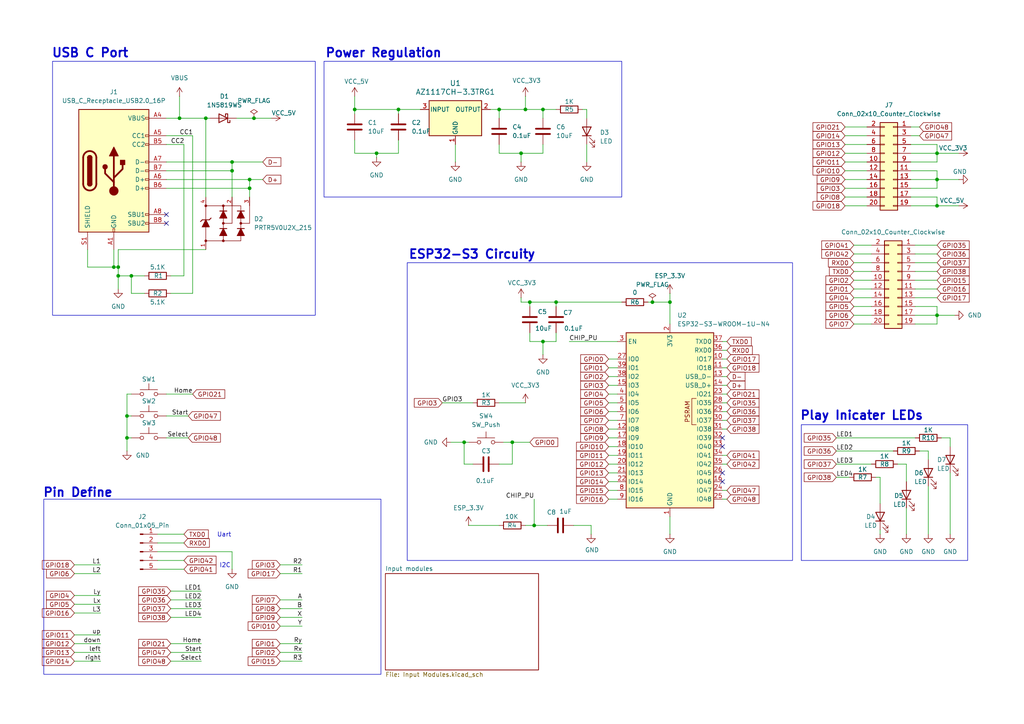
<source format=kicad_sch>
(kicad_sch (version 20250114) (generator "eeschema") (generator_version "9.0")
  (paper "A4")
  (rectangle (start 12.7 144.78) (end 110.49 195.58))
  (rectangle (start 15.24 17.78) (end 91.44 91.44))
  (rectangle (start 232.41 123.19) (end 280.67 162.56))
  (rectangle (start 118.11 76.2) (end 229.87 162.56))
  (rectangle (start 93.98 17.78) (end 180.34 57.15))
  (text "ESP32-S3 Circuity" (at 136.906 73.914 0) (effects (font (size 2.54 2.54) (thickness 0.508) (bold yes))))
  (text "Uart\n" (at 65.024 155.194 0) (effects (font (size 1.27 1.27))))
  (text "USB C Port" (at 26.162 15.494 0) (effects (font (size 2.54 2.54) (thickness 0.508) (bold yes))))
  (text "Play Inicater LEDs" (at 249.936 120.65 0) (effects (font (size 2.54 2.54) (thickness 0.508) (bold yes))))
  (text "I2C\n" (at 65.278 164.084 0) (effects (font (size 1.27 1.27))))
  (text "Power Regulation\n" (at 111.252 15.494 0) (effects (font (size 2.54 2.54) (thickness 0.508) (bold yes))))
  (text "Pin Define\n" (at 22.606 143.002 0) (effects (font (size 2.54 2.54) (thickness 0.508) (bold yes))))
  (junction (at 153.67 87.63))
  (junction (at 52.07 34.29))
  (junction (at 144.78 31.75))
  (junction (at 152.4 31.75))
  (junction (at 33.02 77.47))
  (junction (at 161.29 87.63))
  (junction (at 115.57 31.75))
  (junction (at 36.83 120.65))
  (junction (at 72.39 52.07))
  (junction (at 271.78 44.45))
  (junction (at 148.59 128.27))
  (junction (at 157.48 99.06))
  (junction (at 271.78 91.44))
  (junction (at 157.48 31.75))
  (junction (at 154.94 152.4))
  (junction (at 38.1 80.01))
  (junction (at 34.29 80.01))
  (junction (at 34.29 77.47))
  (junction (at 151.13 44.45))
  (junction (at 67.31 49.53))
  (junction (at 109.22 44.45))
  (junction (at 72.39 54.61))
  (junction (at 73.66 34.29))
  (junction (at 36.83 127))
  (junction (at 189.23 87.63))
  (junction (at 67.31 46.99))
  (junction (at 271.78 52.07))
  (junction (at 102.87 31.75))
  (junction (at 134.62 128.27))
  (junction (at 59.69 34.29))
  (junction (at 194.31 87.63))
  (junction (at 271.78 59.69))
  (no_connect (at 209.55 139.7))
  (no_connect (at 209.55 127))
  (no_connect (at 48.26 64.77))
  (no_connect (at 209.55 129.54))
  (no_connect (at 48.26 62.23))
  (no_connect (at 209.55 137.16))
  (wire (pts (xy 161.29 87.63) (xy 161.29 88.9)))
  (wire (pts (xy 247.65 78.74) (xy 252.73 78.74)))
  (wire (pts (xy 176.53 104.14) (xy 179.07 104.14)))
  (wire (pts (xy 81.28 191.77) (xy 87.63 191.77)))
  (wire (pts (xy 153.67 87.63) (xy 161.29 87.63)))
  (wire (pts (xy 134.62 128.27) (xy 134.62 134.62)))
  (wire (pts (xy 161.29 87.63) (xy 180.34 87.63)))
  (wire (pts (xy 245.11 46.99) (xy 251.46 46.99)))
  (wire (pts (xy 49.53 173.99) (xy 58.42 173.99)))
  (wire (pts (xy 210.82 106.68) (xy 209.55 106.68)))
  (wire (pts (xy 210.82 121.92) (xy 209.55 121.92)))
  (wire (pts (xy 210.82 134.62) (xy 209.55 134.62)))
  (wire (pts (xy 157.48 41.91) (xy 157.48 44.45)))
  (wire (pts (xy 153.67 99.06) (xy 157.48 99.06)))
  (wire (pts (xy 264.16 52.07) (xy 271.78 52.07)))
  (wire (pts (xy 34.29 80.01) (xy 34.29 77.47)))
  (wire (pts (xy 144.78 41.91) (xy 144.78 44.45)))
  (wire (pts (xy 49.53 176.53) (xy 58.42 176.53)))
  (wire (pts (xy 102.87 33.02) (xy 102.87 31.75)))
  (wire (pts (xy 271.78 73.66) (xy 265.43 73.66)))
  (wire (pts (xy 194.31 85.09) (xy 194.31 87.63)))
  (wire (pts (xy 176.53 132.08) (xy 179.07 132.08)))
  (wire (pts (xy 242.57 130.81) (xy 259.08 130.81)))
  (wire (pts (xy 34.29 83.82) (xy 34.29 80.01)))
  (wire (pts (xy 144.78 116.84) (xy 152.4 116.84)))
  (wire (pts (xy 21.59 163.83) (xy 29.21 163.83)))
  (wire (pts (xy 102.87 31.75) (xy 115.57 31.75)))
  (wire (pts (xy 210.82 132.08) (xy 209.55 132.08)))
  (wire (pts (xy 269.24 130.81) (xy 266.7 130.81)))
  (wire (pts (xy 154.94 152.4) (xy 154.94 144.78)))
  (wire (pts (xy 176.53 134.62) (xy 179.07 134.62)))
  (wire (pts (xy 81.28 189.23) (xy 87.63 189.23)))
  (wire (pts (xy 271.78 88.9) (xy 271.78 91.44)))
  (wire (pts (xy 245.11 41.91) (xy 251.46 41.91)))
  (wire (pts (xy 154.94 152.4) (xy 158.75 152.4)))
  (wire (pts (xy 210.82 124.46) (xy 209.55 124.46)))
  (wire (pts (xy 176.53 124.46) (xy 179.07 124.46)))
  (wire (pts (xy 170.18 41.91) (xy 170.18 46.99)))
  (wire (pts (xy 262.89 134.62) (xy 262.89 139.7)))
  (wire (pts (xy 134.62 128.27) (xy 135.89 128.27)))
  (wire (pts (xy 152.4 152.4) (xy 154.94 152.4)))
  (wire (pts (xy 264.16 57.15) (xy 271.78 57.15)))
  (wire (pts (xy 81.28 179.07) (xy 87.63 179.07)))
  (wire (pts (xy 34.29 72.39) (xy 34.29 77.47)))
  (wire (pts (xy 153.67 96.52) (xy 153.67 99.06)))
  (wire (pts (xy 48.26 49.53) (xy 67.31 49.53)))
  (wire (pts (xy 176.53 111.76) (xy 179.07 111.76)))
  (wire (pts (xy 21.59 184.15) (xy 29.21 184.15)))
  (wire (pts (xy 271.78 41.91) (xy 271.78 44.45)))
  (wire (pts (xy 170.18 31.75) (xy 168.91 31.75)))
  (wire (pts (xy 81.28 176.53) (xy 87.63 176.53)))
  (wire (pts (xy 176.53 137.16) (xy 179.07 137.16)))
  (wire (pts (xy 271.78 86.36) (xy 265.43 86.36)))
  (wire (pts (xy 247.65 71.12) (xy 252.73 71.12)))
  (wire (pts (xy 245.11 39.37) (xy 251.46 39.37)))
  (wire (pts (xy 176.53 119.38) (xy 179.07 119.38)))
  (wire (pts (xy 265.43 93.98) (xy 271.78 93.98)))
  (wire (pts (xy 245.11 57.15) (xy 251.46 57.15)))
  (wire (pts (xy 109.22 44.45) (xy 109.22 45.72)))
  (wire (pts (xy 81.28 166.37) (xy 87.63 166.37)))
  (wire (pts (xy 73.66 34.29) (xy 78.74 34.29)))
  (wire (pts (xy 25.4 77.47) (xy 33.02 77.47)))
  (wire (pts (xy 59.69 34.29) (xy 60.96 34.29)))
  (wire (pts (xy 144.78 31.75) (xy 144.78 34.29)))
  (wire (pts (xy 48.26 39.37) (xy 55.88 39.37)))
  (wire (pts (xy 52.07 34.29) (xy 59.69 34.29)))
  (wire (pts (xy 271.78 91.44) (xy 276.86 91.44)))
  (wire (pts (xy 247.65 83.82) (xy 252.73 83.82)))
  (wire (pts (xy 21.59 175.26) (xy 29.21 175.26)))
  (wire (pts (xy 171.45 154.94) (xy 171.45 152.4)))
  (wire (pts (xy 68.58 34.29) (xy 73.66 34.29)))
  (wire (pts (xy 245.11 52.07) (xy 251.46 52.07)))
  (wire (pts (xy 49.53 191.77) (xy 58.42 191.77)))
  (wire (pts (xy 210.82 101.6) (xy 209.55 101.6)))
  (wire (pts (xy 135.89 152.4) (xy 144.78 152.4)))
  (wire (pts (xy 247.65 73.66) (xy 252.73 73.66)))
  (wire (pts (xy 176.53 144.78) (xy 179.07 144.78)))
  (wire (pts (xy 36.83 114.3) (xy 38.1 114.3)))
  (wire (pts (xy 21.59 166.37) (xy 29.21 166.37)))
  (wire (pts (xy 148.59 128.27) (xy 146.05 128.27)))
  (wire (pts (xy 33.02 77.47) (xy 34.29 77.47)))
  (wire (pts (xy 247.65 86.36) (xy 252.73 86.36)))
  (wire (pts (xy 210.82 99.06) (xy 209.55 99.06)))
  (wire (pts (xy 194.31 149.86) (xy 194.31 154.94)))
  (wire (pts (xy 137.16 134.62) (xy 134.62 134.62)))
  (wire (pts (xy 48.26 127) (xy 54.61 127)))
  (wire (pts (xy 152.4 31.75) (xy 157.48 31.75)))
  (wire (pts (xy 247.65 93.98) (xy 252.73 93.98)))
  (wire (pts (xy 210.82 116.84) (xy 209.55 116.84)))
  (wire (pts (xy 115.57 31.75) (xy 121.92 31.75)))
  (wire (pts (xy 271.78 59.69) (xy 278.13 59.69)))
  (wire (pts (xy 262.89 134.62) (xy 260.35 134.62)))
  (wire (pts (xy 210.82 142.24) (xy 209.55 142.24)))
  (wire (pts (xy 245.11 54.61) (xy 251.46 54.61)))
  (wire (pts (xy 38.1 85.09) (xy 38.1 80.01)))
  (wire (pts (xy 176.53 127) (xy 179.07 127)))
  (wire (pts (xy 245.11 49.53) (xy 251.46 49.53)))
  (wire (pts (xy 21.59 191.77) (xy 29.21 191.77)))
  (wire (pts (xy 245.11 36.83) (xy 251.46 36.83)))
  (wire (pts (xy 109.22 44.45) (xy 102.87 44.45)))
  (wire (pts (xy 266.7 36.83) (xy 264.16 36.83)))
  (wire (pts (xy 36.83 120.65) (xy 38.1 120.65)))
  (wire (pts (xy 45.72 154.94) (xy 53.34 154.94)))
  (wire (pts (xy 36.83 120.65) (xy 36.83 114.3)))
  (wire (pts (xy 49.53 171.45) (xy 58.42 171.45)))
  (wire (pts (xy 275.59 137.16) (xy 275.59 154.94)))
  (wire (pts (xy 36.83 120.65) (xy 36.83 127)))
  (wire (pts (xy 115.57 33.02) (xy 115.57 31.75)))
  (wire (pts (xy 33.02 72.39) (xy 33.02 77.47)))
  (wire (pts (xy 271.78 49.53) (xy 271.78 52.07)))
  (wire (pts (xy 53.34 162.56) (xy 45.72 162.56)))
  (wire (pts (xy 176.53 139.7) (xy 179.07 139.7)))
  (wire (pts (xy 21.59 189.23) (xy 29.21 189.23)))
  (wire (pts (xy 115.57 44.45) (xy 109.22 44.45)))
  (wire (pts (xy 176.53 121.92) (xy 179.07 121.92)))
  (wire (pts (xy 81.28 163.83) (xy 87.63 163.83)))
  (wire (pts (xy 264.16 54.61) (xy 271.78 54.61)))
  (wire (pts (xy 72.39 54.61) (xy 72.39 57.15)))
  (wire (pts (xy 271.78 46.99) (xy 271.78 44.45)))
  (wire (pts (xy 67.31 160.02) (xy 45.72 160.02)))
  (wire (pts (xy 153.67 87.63) (xy 153.67 88.9)))
  (wire (pts (xy 115.57 40.64) (xy 115.57 44.45)))
  (wire (pts (xy 171.45 152.4) (xy 166.37 152.4)))
  (wire (pts (xy 176.53 106.68) (xy 179.07 106.68)))
  (wire (pts (xy 189.23 87.63) (xy 194.31 87.63)))
  (wire (pts (xy 264.16 59.69) (xy 271.78 59.69)))
  (wire (pts (xy 247.65 81.28) (xy 252.73 81.28)))
  (wire (pts (xy 53.34 41.91) (xy 53.34 80.01)))
  (wire (pts (xy 81.28 173.99) (xy 87.63 173.99)))
  (wire (pts (xy 72.39 52.07) (xy 72.39 54.61)))
  (wire (pts (xy 130.81 128.27) (xy 134.62 128.27)))
  (wire (pts (xy 157.48 31.75) (xy 157.48 34.29)))
  (wire (pts (xy 151.13 44.45) (xy 157.48 44.45)))
  (wire (pts (xy 152.4 27.94) (xy 152.4 31.75)))
  (wire (pts (xy 255.27 153.67) (xy 255.27 154.94)))
  (wire (pts (xy 38.1 80.01) (xy 41.91 80.01)))
  (wire (pts (xy 53.34 165.1) (xy 45.72 165.1)))
  (wire (pts (xy 271.78 71.12) (xy 265.43 71.12)))
  (wire (pts (xy 151.13 87.63) (xy 153.67 87.63)))
  (wire (pts (xy 271.78 76.2) (xy 265.43 76.2)))
  (wire (pts (xy 275.59 127) (xy 275.59 129.54)))
  (wire (pts (xy 49.53 186.69) (xy 58.42 186.69)))
  (wire (pts (xy 48.26 52.07) (xy 72.39 52.07)))
  (wire (pts (xy 210.82 119.38) (xy 209.55 119.38)))
  (wire (pts (xy 157.48 99.06) (xy 157.48 102.87)))
  (wire (pts (xy 21.59 172.72) (xy 29.21 172.72)))
  (wire (pts (xy 144.78 44.45) (xy 151.13 44.45)))
  (wire (pts (xy 176.53 109.22) (xy 179.07 109.22)))
  (wire (pts (xy 144.78 31.75) (xy 152.4 31.75)))
  (wire (pts (xy 142.24 31.75) (xy 144.78 31.75)))
  (wire (pts (xy 157.48 31.75) (xy 161.29 31.75)))
  (wire (pts (xy 48.26 114.3) (xy 55.88 114.3)))
  (wire (pts (xy 269.24 140.97) (xy 269.24 154.94)))
  (wire (pts (xy 41.91 85.09) (xy 38.1 85.09)))
  (wire (pts (xy 67.31 46.99) (xy 67.31 49.53)))
  (wire (pts (xy 210.82 104.14) (xy 209.55 104.14)))
  (wire (pts (xy 176.53 114.3) (xy 179.07 114.3)))
  (wire (pts (xy 187.96 87.63) (xy 189.23 87.63)))
  (wire (pts (xy 210.82 109.22) (xy 209.55 109.22)))
  (wire (pts (xy 271.78 81.28) (xy 265.43 81.28)))
  (wire (pts (xy 81.28 181.61) (xy 87.63 181.61)))
  (wire (pts (xy 52.07 27.94) (xy 52.07 34.29)))
  (wire (pts (xy 151.13 86.36) (xy 151.13 87.63)))
  (wire (pts (xy 49.53 189.23) (xy 58.42 189.23)))
  (wire (pts (xy 194.31 93.98) (xy 194.31 87.63)))
  (wire (pts (xy 148.59 128.27) (xy 153.67 128.27)))
  (wire (pts (xy 67.31 165.1) (xy 67.31 160.02)))
  (wire (pts (xy 271.78 93.98) (xy 271.78 91.44)))
  (wire (pts (xy 170.18 31.75) (xy 170.18 34.29)))
  (wire (pts (xy 76.2 52.07) (xy 72.39 52.07)))
  (wire (pts (xy 176.53 129.54) (xy 179.07 129.54)))
  (wire (pts (xy 21.59 177.8) (xy 29.21 177.8)))
  (wire (pts (xy 271.78 78.74) (xy 265.43 78.74)))
  (wire (pts (xy 48.26 34.29) (xy 52.07 34.29)))
  (wire (pts (xy 210.82 114.3) (xy 209.55 114.3)))
  (wire (pts (xy 242.57 134.62) (xy 252.73 134.62)))
  (wire (pts (xy 264.16 44.45) (xy 271.78 44.45)))
  (wire (pts (xy 264.16 41.91) (xy 271.78 41.91)))
  (wire (pts (xy 247.65 88.9) (xy 252.73 88.9)))
  (wire (pts (xy 176.53 142.24) (xy 179.07 142.24)))
  (wire (pts (xy 242.57 138.43) (xy 246.38 138.43)))
  (wire (pts (xy 271.78 52.07) (xy 278.13 52.07)))
  (wire (pts (xy 165.1 99.06) (xy 179.07 99.06)))
  (wire (pts (xy 102.87 27.94) (xy 102.87 31.75)))
  (wire (pts (xy 25.4 72.39) (xy 25.4 77.47)))
  (wire (pts (xy 271.78 44.45) (xy 278.13 44.45)))
  (wire (pts (xy 148.59 134.62) (xy 148.59 128.27)))
  (wire (pts (xy 34.29 72.39) (xy 59.69 72.39)))
  (wire (pts (xy 161.29 96.52) (xy 161.29 99.06)))
  (wire (pts (xy 245.11 59.69) (xy 251.46 59.69)))
  (wire (pts (xy 210.82 111.76) (xy 209.55 111.76)))
  (wire (pts (xy 45.72 157.48) (xy 53.34 157.48)))
  (wire (pts (xy 76.2 46.99) (xy 67.31 46.99)))
  (wire (pts (xy 265.43 88.9) (xy 271.78 88.9)))
  (wire (pts (xy 255.27 138.43) (xy 255.27 146.05)))
  (wire (pts (xy 247.65 76.2) (xy 252.73 76.2)))
  (wire (pts (xy 210.82 144.78) (xy 209.55 144.78)))
  (wire (pts (xy 67.31 49.53) (xy 67.31 57.15)))
  (wire (pts (xy 55.88 85.09) (xy 49.53 85.09)))
  (wire (pts (xy 271.78 59.69) (xy 271.78 57.15)))
  (wire (pts (xy 255.27 138.43) (xy 254 138.43)))
  (wire (pts (xy 67.31 46.99) (xy 48.26 46.99)))
  (wire (pts (xy 266.7 39.37) (xy 264.16 39.37)))
  (wire (pts (xy 48.26 54.61) (xy 72.39 54.61)))
  (wire (pts (xy 262.89 147.32) (xy 262.89 154.94)))
  (wire (pts (xy 269.24 130.81) (xy 269.24 133.35)))
  (wire (pts (xy 102.87 40.64) (xy 102.87 44.45)))
  (wire (pts (xy 245.11 44.45) (xy 251.46 44.45)))
  (wire (pts (xy 247.65 91.44) (xy 252.73 91.44)))
  (wire (pts (xy 128.27 116.84) (xy 137.16 116.84)))
  (wire (pts (xy 264.16 49.53) (xy 271.78 49.53)))
  (wire (pts (xy 36.83 127) (xy 36.83 130.81)))
  (wire (pts (xy 55.88 39.37) (xy 55.88 85.09)))
  (wire (pts (xy 34.29 80.01) (xy 38.1 80.01)))
  (wire (pts (xy 157.48 99.06) (xy 161.29 99.06)))
  (wire (pts (xy 144.78 134.62) (xy 148.59 134.62)))
  (wire (pts (xy 59.69 34.29) (xy 59.69 57.15)))
  (wire (pts (xy 271.78 54.61) (xy 271.78 52.07)))
  (wire (pts (xy 53.34 80.01) (xy 49.53 80.01)))
  (wire (pts (xy 36.83 127) (xy 38.1 127)))
  (wire (pts (xy 49.53 179.07) (xy 58.42 179.07)))
  (wire (pts (xy 54.61 120.65) (xy 48.26 120.65)))
  (wire (pts (xy 81.28 186.69) (xy 87.63 186.69)))
  (wire (pts (xy 132.08 41.91) (xy 132.08 46.99)))
  (wire (pts (xy 265.43 91.44) (xy 271.78 91.44)))
  (wire (pts (xy 275.59 127) (xy 273.05 127)))
  (wire (pts (xy 176.53 116.84) (xy 179.07 116.84)))
  (wire (pts (xy 48.26 41.91) (xy 53.34 41.91)))
  (wire (pts (xy 21.59 186.69) (xy 29.21 186.69)))
  (wire (pts (xy 264.16 46.99) (xy 271.78 46.99)))
  (wire (pts (xy 242.57 127) (xy 265.43 127)))
  (wire (pts (xy 271.78 83.82) (xy 265.43 83.82)))
  (wire (pts (xy 151.13 44.45) (xy 151.13 46.99)))
  (label "LED1" (at 242.57 127 0))
  (label "GPIO3" (at 128.27 116.84 0))
  (label "L3" (at 29.21 177.8 180))
  (label "LED2" (at 242.57 130.81 0))
  (label "R1" (at 87.63 166.37 180))
  (label "Rx" (at 87.63 189.23 180))
  (label "Start" (at 54.61 120.65 180))
  (label "CHIP_PU" (at 154.94 144.78 180))
  (label "CC2" (at 49.53 41.91 0))
  (label "CC1" (at 52.07 39.37 0))
  (label "L2" (at 29.21 166.37 180))
  (label "Lx" (at 29.21 175.26 180))
  (label "X" (at 87.63 179.07 180))
  (label "left" (at 29.21 189.23 180))
  (label "Ry" (at 87.63 186.69 180))
  (label "LED4" (at 58.42 179.07 180))
  (label "LED4" (at 242.57 138.43 0))
  (label "LED1" (at 58.42 171.45 180))
  (label "Select" (at 54.61 127 180))
  (label "down" (at 29.21 186.69 180))
  (label "Y" (at 87.63 181.61 180))
  (label "LED3" (at 58.42 176.53 180))
  (label "LED2" (at 58.42 173.99 180))
  (label "Home" (at 55.88 114.3 180))
  (label "Start" (at 58.42 189.23 180))
  (label "LED3" (at 242.57 134.62 0))
  (label "CHIP_PU" (at 165.1 99.06 0))
  (label "B" (at 87.63 176.53 180))
  (label "R3" (at 87.63 191.77 180))
  (label "up" (at 29.21 184.15 180))
  (label "A" (at 87.63 173.99 180))
  (label "R2" (at 87.63 163.83 180))
  (label "Home" (at 58.42 186.69 180))
  (label "right" (at 29.21 191.77 180))
  (label "Select" (at 58.42 191.77 180))
  (label "L1" (at 29.21 163.83 180))
  (label "Ly" (at 29.21 172.72 180))
  (global_label "GPIO2" (shape input) (at 247.65 81.28 180) (property "Intersheetrefs" "${INTERSHEET_REFS}" (effects (hide yes))))
  (global_label "GPIO48" (shape input) (at 54.61 127 0) (property "Intersheetrefs" "${INTERSHEET_REFS}" (effects (hide yes))))
  (global_label "GPIO15" (shape input) (at 176.53 142.24 180) (property "Intersheetrefs" "${INTERSHEET_REFS}" (effects (hide yes))))
  (global_label "GPIO2" (shape input) (at 81.28 189.23 180) (property "Intersheetrefs" "${INTERSHEET_REFS}" (effects (hide yes))))
  (global_label "GPIO10" (shape input) (at 81.28 181.61 180) (property "Intersheetrefs" "${INTERSHEET_REFS}" (effects (hide yes))))
  (global_label "GPIO14" (shape input) (at 176.53 139.7 180) (property "Intersheetrefs" "${INTERSHEET_REFS}" (effects (hide yes))))
  (global_label "GPIO41" (shape input) (at 210.82 132.08 0) (property "Intersheetrefs" "${INTERSHEET_REFS}" (effects (hide yes))))
  (global_label "GPIO16" (shape input) (at 21.59 177.8 180) (property "Intersheetrefs" "${INTERSHEET_REFS}" (effects (hide yes))))
  (global_label "GPIO38" (shape input) (at 242.57 138.43 180) (property "Intersheetrefs" "${INTERSHEET_REFS}" (effects (hide yes))))
  (global_label "GPIO38" (shape input) (at 49.53 179.07 180) (property "Intersheetrefs" "${INTERSHEET_REFS}" (effects (hide yes))))
  (global_label "GPIO6" (shape input) (at 21.59 166.37 180) (property "Intersheetrefs" "${INTERSHEET_REFS}" (effects (hide yes))))
  (global_label "GPIO8" (shape input) (at 176.53 124.46 180) (property "Intersheetrefs" "${INTERSHEET_REFS}" (effects (hide yes))))
  (global_label "GPIO3" (shape input) (at 176.53 111.76 180) (property "Intersheetrefs" "${INTERSHEET_REFS}" (effects (hide yes))))
  (global_label "GPIO11" (shape input) (at 21.59 184.15 180) (property "Intersheetrefs" "${INTERSHEET_REFS}" (effects (hide yes))))
  (global_label "GPIO37" (shape input) (at 49.53 176.53 180) (property "Intersheetrefs" "${INTERSHEET_REFS}" (effects (hide yes))))
  (global_label "D-" (shape input) (at 210.82 109.22 0) (property "Intersheetrefs" "${INTERSHEET_REFS}" (effects (hide yes))))
  (global_label "GPIO12" (shape input) (at 21.59 186.69 180) (property "Intersheetrefs" "${INTERSHEET_REFS}" (effects (hide yes))))
  (global_label "D+" (shape input) (at 76.2 52.07 0) (property "Intersheetrefs" "${INTERSHEET_REFS}" (effects (hide yes))))
  (global_label "RXD0" (shape input) (at 247.65 76.2 180) (property "Intersheetrefs" "${INTERSHEET_REFS}" (effects (hide yes))))
  (global_label "GPIO0" (shape input) (at 176.53 104.14 180) (property "Intersheetrefs" "${INTERSHEET_REFS}" (effects (hide yes))))
  (global_label "GPIO8" (shape input) (at 81.28 176.53 180) (property "Intersheetrefs" "${INTERSHEET_REFS}" (effects (hide yes))))
  (global_label "GPIO9" (shape input) (at 245.11 52.07 180) (property "Intersheetrefs" "${INTERSHEET_REFS}" (effects (hide yes))))
  (global_label "GPIO14" (shape input) (at 245.11 39.37 180) (property "Intersheetrefs" "${INTERSHEET_REFS}" (effects (hide yes))))
  (global_label "GPIO14" (shape input) (at 21.59 191.77 180) (property "Intersheetrefs" "${INTERSHEET_REFS}" (effects (hide yes))))
  (global_label "GPIO1" (shape input) (at 176.53 106.68 180) (property "Intersheetrefs" "${INTERSHEET_REFS}" (effects (hide yes))))
  (global_label "GPIO36" (shape input) (at 242.57 130.81 180) (property "Intersheetrefs" "${INTERSHEET_REFS}" (effects (hide yes))))
  (global_label "GPIO0" (shape input) (at 153.67 128.27 0) (property "Intersheetrefs" "${INTERSHEET_REFS}" (effects (hide yes))))
  (global_label "GPIO4" (shape input) (at 247.65 86.36 180) (property "Intersheetrefs" "${INTERSHEET_REFS}" (effects (hide yes))))
  (global_label "GPIO15" (shape input) (at 81.28 191.77 180) (property "Intersheetrefs" "${INTERSHEET_REFS}" (effects (hide yes))))
  (global_label "TXD0" (shape input) (at 53.34 154.94 0) (property "Intersheetrefs" "${INTERSHEET_REFS}" (effects (hide yes))))
  (global_label "GPIO41" (shape input) (at 247.65 71.12 180) (property "Intersheetrefs" "${INTERSHEET_REFS}" (effects (hide yes))))
  (global_label "GPIO17" (shape input) (at 210.82 104.14 0) (property "Intersheetrefs" "${INTERSHEET_REFS}" (effects (hide yes))))
  (global_label "GPIO21" (shape input) (at 210.82 114.3 0) (property "Intersheetrefs" "${INTERSHEET_REFS}" (effects (hide yes))))
  (global_label "GPIO13" (shape input) (at 21.59 189.23 180) (property "Intersheetrefs" "${INTERSHEET_REFS}" (effects (hide yes))))
  (global_label "RXD0" (shape input) (at 53.34 157.48 0) (property "Intersheetrefs" "${INTERSHEET_REFS}" (effects (hide yes))))
  (global_label "GPIO35" (shape input) (at 49.53 171.45 180) (property "Intersheetrefs" "${INTERSHEET_REFS}" (effects (hide yes))))
  (global_label "GPIO3" (shape input) (at 128.27 116.84 180) (property "Intersheetrefs" "${INTERSHEET_REFS}" (effects (hide yes))))
  (global_label "GPIO11" (shape input) (at 245.11 46.99 180) (property "Intersheetrefs" "${INTERSHEET_REFS}" (effects (hide yes))))
  (global_label "GPIO16" (shape input) (at 176.53 144.78 180) (property "Intersheetrefs" "${INTERSHEET_REFS}" (effects (hide yes))))
  (global_label "GPIO12" (shape input) (at 176.53 134.62 180) (property "Intersheetrefs" "${INTERSHEET_REFS}" (effects (hide yes))))
  (global_label "GPIO7" (shape input) (at 247.65 93.98 180) (property "Intersheetrefs" "${INTERSHEET_REFS}" (effects (hide yes))))
  (global_label "GPIO9" (shape input) (at 81.28 179.07 180) (property "Intersheetrefs" "${INTERSHEET_REFS}" (effects (hide yes))))
  (global_label "TXD0" (shape input) (at 247.65 78.74 180) (property "Intersheetrefs" "${INTERSHEET_REFS}" (effects (hide yes))))
  (global_label "GPIO37" (shape input) (at 242.57 134.62 180) (property "Intersheetrefs" "${INTERSHEET_REFS}" (effects (hide yes))))
  (global_label "GPIO18" (shape input) (at 210.82 106.68 0) (property "Intersheetrefs" "${INTERSHEET_REFS}" (effects (hide yes))))
  (global_label "GPIO3" (shape input) (at 245.11 54.61 180) (property "Intersheetrefs" "${INTERSHEET_REFS}" (effects (hide yes))))
  (global_label "GPIO18" (shape input) (at 245.11 59.69 180) (property "Intersheetrefs" "${INTERSHEET_REFS}" (effects (hide yes))))
  (global_label "GPIO13" (shape input) (at 245.11 41.91 180) (property "Intersheetrefs" "${INTERSHEET_REFS}" (effects (hide yes))))
  (global_label "GPIO36" (shape input) (at 271.78 73.66 0) (property "Intersheetrefs" "${INTERSHEET_REFS}" (effects (hide yes))))
  (global_label "GPIO17" (shape input) (at 81.28 166.37 180) (property "Intersheetrefs" "${INTERSHEET_REFS}" (effects (hide yes))))
  (global_label "D-" (shape input) (at 76.2 46.99 0) (property "Intersheetrefs" "${INTERSHEET_REFS}" (effects (hide yes))))
  (global_label "GPIO5" (shape input) (at 21.59 175.26 180) (property "Intersheetrefs" "${INTERSHEET_REFS}" (effects (hide yes))))
  (global_label "GPIO38" (shape input) (at 271.78 78.74 0) (property "Intersheetrefs" "${INTERSHEET_REFS}" (effects (hide yes))))
  (global_label "GPIO15" (shape input) (at 271.78 81.28 0) (property "Intersheetrefs" "${INTERSHEET_REFS}" (effects (hide yes))))
  (global_label "GPIO42" (shape input) (at 210.82 134.62 0) (property "Intersheetrefs" "${INTERSHEET_REFS}" (effects (hide yes))))
  (global_label "GPIO47" (shape input) (at 54.61 120.65 0) (property "Intersheetrefs" "${INTERSHEET_REFS}" (effects (hide yes))))
  (global_label "GPIO4" (shape input) (at 21.59 172.72 180) (property "Intersheetrefs" "${INTERSHEET_REFS}" (effects (hide yes))))
  (global_label "GPIO8" (shape input) (at 245.11 57.15 180) (property "Intersheetrefs" "${INTERSHEET_REFS}" (effects (hide yes))))
  (global_label "GPIO35" (shape input) (at 271.78 71.12 0) (property "Intersheetrefs" "${INTERSHEET_REFS}" (effects (hide yes))))
  (global_label "GPIO2" (shape input) (at 176.53 109.22 180) (property "Intersheetrefs" "${INTERSHEET_REFS}" (effects (hide yes))))
  (global_label "GPIO41" (shape input) (at 53.34 165.1 0) (property "Intersheetrefs" "${INTERSHEET_REFS}" (effects (hide yes))))
  (global_label "RXD0" (shape input) (at 210.82 101.6 0) (property "Intersheetrefs" "${INTERSHEET_REFS}" (effects (hide yes))))
  (global_label "TXD0" (shape input) (at 210.82 99.06 0) (property "Intersheetrefs" "${INTERSHEET_REFS}" (effects (hide yes))))
  (global_label "GPIO48" (shape input) (at 266.7 36.83 0) (property "Intersheetrefs" "${INTERSHEET_REFS}" (effects (hide yes))))
  (global_label "GPIO10" (shape input) (at 176.53 129.54 180) (property "Intersheetrefs" "${INTERSHEET_REFS}" (effects (hide yes))))
  (global_label "GPIO7" (shape input) (at 81.28 173.99 180) (property "Intersheetrefs" "${INTERSHEET_REFS}" (effects (hide yes))))
  (global_label "GPIO9" (shape input) (at 176.53 127 180) (property "Intersheetrefs" "${INTERSHEET_REFS}" (effects (hide yes))))
  (global_label "GPIO7" (shape input) (at 176.53 121.92 180) (property "Intersheetrefs" "${INTERSHEET_REFS}" (effects (hide yes))))
  (global_label "GPIO47" (shape input) (at 266.7 39.37 0) (property "Intersheetrefs" "${INTERSHEET_REFS}" (effects (hide yes))))
  (global_label "GPIO13" (shape input) (at 176.53 137.16 180) (property "Intersheetrefs" "${INTERSHEET_REFS}" (effects (hide yes))))
  (global_label "GPIO6" (shape input) (at 176.53 119.38 180) (property "Intersheetrefs" "${INTERSHEET_REFS}" (effects (hide yes))))
  (global_label "GPIO1" (shape input) (at 247.65 83.82 180) (property "Intersheetrefs" "${INTERSHEET_REFS}" (effects (hide yes))))
  (global_label "GPIO10" (shape input) (at 245.11 49.53 180) (property "Intersheetrefs" "${INTERSHEET_REFS}" (effects (hide yes))))
  (global_label "GPIO18" (shape input) (at 21.59 163.83 180) (property "Intersheetrefs" "${INTERSHEET_REFS}" (effects (hide yes))))
  (global_label "GPIO6" (shape input) (at 247.65 91.44 180) (property "Intersheetrefs" "${INTERSHEET_REFS}" (effects (hide yes))))
  (global_label "GPIO37" (shape input) (at 271.78 76.2 0) (property "Intersheetrefs" "${INTERSHEET_REFS}" (effects (hide yes))))
  (global_label "GPIO35" (shape input) (at 210.82 116.84 0) (property "Intersheetrefs" "${INTERSHEET_REFS}" (effects (hide yes))))
  (global_label "GPIO36" (shape input) (at 210.82 119.38 0) (property "Intersheetrefs" "${INTERSHEET_REFS}" (effects (hide yes))))
  (global_label "GPIO37" (shape input) (at 210.82 121.92 0) (property "Intersheetrefs" "${INTERSHEET_REFS}" (effects (hide yes))))
  (global_label "GPIO48" (shape input) (at 210.82 144.78 0) (property "Intersheetrefs" "${INTERSHEET_REFS}" (effects (hide yes))))
  (global_label "GPIO42" (shape input) (at 53.34 162.56 0) (property "Intersheetrefs" "${INTERSHEET_REFS}" (effects (hide yes))))
  (global_label "GPIO17" (shape input) (at 271.78 86.36 0) (property "Intersheetrefs" "${INTERSHEET_REFS}" (effects (hide yes))))
  (global_label "GPIO1" (shape input) (at 81.28 186.69 180) (property "Intersheetrefs" "${INTERSHEET_REFS}" (effects (hide yes))))
  (global_label "GPIO42" (shape input) (at 247.65 73.66 180) (property "Intersheetrefs" "${INTERSHEET_REFS}" (effects (hide yes))))
  (global_label "GPIO16" (shape input) (at 271.78 83.82 0) (property "Intersheetrefs" "${INTERSHEET_REFS}" (effects (hide yes))))
  (global_label "GPIO5" (shape input) (at 247.65 88.9 180) (property "Intersheetrefs" "${INTERSHEET_REFS}" (effects (hide yes))))
  (global_label "GPIO38" (shape input) (at 210.82 124.46 0) (property "Intersheetrefs" "${INTERSHEET_REFS}" (effects (hide yes))))
  (global_label "GPIO36" (shape input) (at 49.53 173.99 180) (property "Intersheetrefs" "${INTERSHEET_REFS}" (effects (hide yes))))
  (global_label "GPIO47" (shape input) (at 49.53 189.23 180) (property "Intersheetrefs" "${INTERSHEET_REFS}" (effects (hide yes))))
  (global_label "GPIO5" (shape input) (at 176.53 116.84 180) (property "Intersheetrefs" "${INTERSHEET_REFS}" (effects (hide yes))))
  (global_label "GPIO3" (shape input) (at 81.28 163.83 180) (property "Intersheetrefs" "${INTERSHEET_REFS}" (effects (hide yes))))
  (global_label "GPIO21" (shape input) (at 49.53 186.69 180) (property "Intersheetrefs" "${INTERSHEET_REFS}" (effects (hide yes))))
  (global_label "GPIO4" (shape input) (at 176.53 114.3 180) (property "Intersheetrefs" "${INTERSHEET_REFS}" (effects (hide yes))))
  (global_label "GPIO47" (shape input) (at 210.82 142.24 0) (property "Intersheetrefs" "${INTERSHEET_REFS}" (effects (hide yes))))
  (global_label "GPIO21" (shape input) (at 245.11 36.83 180) (property "Intersheetrefs" "${INTERSHEET_REFS}" (effects (hide yes))))
  (global_label "GPIO21" (shape input) (at 55.88 114.3 0) (property "Intersheetrefs" "${INTERSHEET_REFS}" (effects (hide yes))))
  (global_label "D+" (shape input) (at 210.82 111.76 0) (property "Intersheetrefs" "${INTERSHEET_REFS}" (effects (hide yes))))
  (global_label "GPIO12" (shape input) (at 245.11 44.45 180) (property "Intersheetrefs" "${INTERSHEET_REFS}" (effects (hide yes))))
  (global_label "GPIO35" (shape input) (at 242.57 127 180) (property "Intersheetrefs" "${INTERSHEET_REFS}" (effects (hide yes))))
  (global_label "GPIO11" (shape input) (at 176.53 132.08 180) (property "Intersheetrefs" "${INTERSHEET_REFS}" (effects (hide yes))))
  (global_label "GPIO48" (shape input) (at 49.53 191.77 180) (property "Intersheetrefs" "${INTERSHEET_REFS}" (effects (hide yes))))
  (symbol (lib_id "Library:PWR_FLAG") (at 73.66 34.29 0) (unit 1)
    (property "Reference" "#FLG01" (effects (hide yes)))
    (property "Value" "PWR_FLAG" (at 73.66 29.21 0))
    (property "Description" "Special symbol for telling ERC where power comes from" (effects (hide yes)))
  )
  (symbol (lib_id "Library:+3.3V") (at 135.89 152.4 0) (unit 1)
    (property "Reference" "#PWR010" (effects (hide yes)))
    (property "Value" "ESP_3.3V" (at 135.89 147.32 0))
    (property "Description" "Power symbol creates a global label with name \"+3.3V\"" (effects (hide yes)))
  )
  (symbol (lib_id "Library:+3V3") (at 151.13 86.36 0) (unit 1)
    (property "Reference" "#PWR013" (effects (hide yes)))
    (property "Value" "VCC_3V3" (at 151.384 82.042 0))
    (property "Description" "Power symbol creates a global label with name \"+3V3\"" (effects (hide yes)))
  )
  (symbol (lib_id "Library:GND") (at 151.13 46.99 0) (unit 1)
    (property "Reference" "#PWR012" (effects (hide yes)))
    (property "Value" "GND" (at 151.13 52.07 0))
    (property "Description" "Power symbol creates a global label with name \"GND\" , ground" (effects (hide yes)))
  )
  (symbol (lib_id "Library:1N5819WS") (at 64.77 34.29 180) (unit 1)
    (property "Reference" "D1" (at 65.0875 27.94 0))
    (property "Value" "1N5819WS" (at 65.0875 30.48 0))
    (property "Footprint" "Diode_SMD:D_SOD-323" (effects (hide yes)))
    (property "Datasheet" "https://datasheet.lcsc.com/lcsc/2204281430_Guangdong-Hottech-1N5819WS_C191023.pdf" (effects (hide yes)))
    (property "Description" "40V 600mV@1A 1A SOD-323 Schottky Barrier Diodes, SOD-323" (effects (hide yes)))
  )
  (symbol (lib_id "Library:R") (at 256.54 134.62 90) (unit 1) (on_board no)
    (property "Reference" "R8" (at 256.54 134.62 90))
    (property "Value" "1K" (at 256.54 132.334 90))
    (property "Footprint" "Resistor_SMD:R_0603_1608Metric_Pad0.98x0.95mm_HandSolder" (effects (hide yes)))
    (property "Description" "Resistor" (effects (hide yes)))
  )
  (symbol (lib_id "Library:VBUS") (at 52.07 27.94 0) (unit 1)
    (property "Reference" "#PWR03" (effects (hide yes)))
    (property "Value" "VBUS" (at 52.07 22.606 0))
    (property "Description" "Power symbol creates a global label with name \"VBUS\"" (effects (hide yes)))
  )
  (symbol (lib_id "Connector_Generic:Conn_02x10_Odd_Even") (at 259.08 46.99 0) (mirror y) (unit 1)
    (property "Reference" "J7" (at 257.81 30.48 0))
    (property "Value" "Conn_02x10_Counter_Clockwise" (at 257.81 33.02 0))
    (property "Footprint" "Connector_Hirose_DF40:Hirose_DF40C-20DS-0.4V_2x10_P0.4mm" (effects (hide yes)))
    (property "Description" "Generic connector, double row, 02x10, odd/even pin numbering scheme (row 1 odd numbers, row 2 even numbers), script generated (kicad-library-utils/schlib/autogen/connector/)" (effects (hide yes)))
  )
  (symbol (lib_id "Library:+5V") (at 102.87 27.94 0) (unit 1)
    (property "Reference" "#PWR06" (effects (hide yes)))
    (property "Value" "VCC_5V" (at 99.822 23.622 0) (effects (justify left)))
    (property "Description" "Power symbol creates a global label with name \"+5V\"" (effects (hide yes)))
  )
  (symbol (lib_id "Library:GND") (at 132.08 46.99 0) (unit 1)
    (property "Reference" "#PWR09" (effects (hide yes)))
    (property "Value" "GND" (at 132.08 52.07 0))
    (property "Description" "Power symbol creates a global label with name \"GND\" , ground" (effects (hide yes)))
  )
  (symbol (lib_id "Library:SW_Push") (at 140.97 128.27 0) (unit 1)
    (property "Reference" "SW4" (at 140.97 120.65 0))
    (property "Value" "SW_Push" (at 140.97 123.19 0))
    (property "Footprint" "Button_Switch_SMD:SW_SPST_PTS647_Sx38" (effects (hide yes)))
    (property "Description" "Push button switch, generic, two pins" (effects (hide yes)))
  )
  (symbol (lib_id "Library:R") (at 184.15 87.63 90) (unit 1)
    (property "Reference" "R6" (at 184.15 87.63 90))
    (property "Value" "0" (at 184.15 84.836 90))
    (property "Footprint" "Jumper:SolderJumper-2_P1.3mm_Open_RoundedPad1.0x1.5mm" (effects (hide yes)))
    (property "Description" "Resistor" (effects (hide yes)))
  )
  (symbol (lib_id "Library:+3V3") (at 152.4 116.84 0) (unit 1)
    (property "Reference" "#PWR011" (effects (hide yes)))
    (property "Value" "VCC_3V3" (at 152.4 111.76 0))
    (property "Description" "Power symbol creates a global label with name \"+3V3\"" (effects (hide yes)))
  )
  (symbol (lib_id "Library:R") (at 45.72 85.09 90) (unit 1)
    (property "Reference" "R2" (at 45.72 85.09 90))
    (property "Value" "5.1K" (at 45.72 87.63 90))
    (property "Footprint" "Resistor_SMD:R_0805_2012Metric_Pad1.20x1.40mm_HandSolder" (effects (hide yes)))
    (property "Description" "Resistor" (effects (hide yes)))
  )
  (symbol (lib_id "Library:C") (at 140.97 134.62 90) (unit 1)
    (property "Reference" "C3" (at 140.97 130.81 90))
    (property "Value" "0.1uF" (at 140.716 139.446 90))
    (property "Footprint" "Capacitor_SMD:C_0603_1608Metric_Pad1.08x0.95mm_HandSolder" (effects (hide yes)))
    (property "Description" "Unpolarized capacitor" (effects (hide yes)))
  )
  (symbol (lib_id "Library:GND") (at 275.59 154.94 0) (unit 1)
    (property "Reference" "#PWR025" (effects (hide yes)))
    (property "Value" "GND" (at 275.59 160.02 0))
    (property "Description" "Power symbol creates a global label with name \"GND\" , ground" (effects (hide yes)))
  )
  (symbol (lib_id "Library:GND") (at 34.29 83.82 0) (unit 1)
    (property "Reference" "#PWR01" (effects (hide yes)))
    (property "Value" "GND" (at 34.29 88.9 0))
    (property "Description" "Power symbol creates a global label with name \"GND\" , ground" (effects (hide yes)))
  )
  (symbol (lib_id "Library:R") (at 165.1 31.75 90) (unit 1)
    (property "Reference" "R5" (at 165.1 31.75 90))
    (property "Value" "1K" (at 165.1 29.464 90))
    (property "Footprint" "Resistor_SMD:R_0603_1608Metric_Pad0.98x0.95mm_HandSolder" (effects (hide yes)))
    (property "Description" "Resistor" (effects (hide yes)))
  )
  (symbol (lib_id "Library:R") (at 262.89 130.81 90) (unit 1) (on_board no)
    (property "Reference" "R9" (at 262.89 130.81 90))
    (property "Value" "1K" (at 262.89 128.524 90))
    (property "Footprint" "Resistor_SMD:R_0603_1608Metric_Pad0.98x0.95mm_HandSolder" (effects (hide yes)))
    (property "Description" "Resistor" (effects (hide yes)))
  )
  (symbol (lib_id "Library:+3V3") (at 152.4 27.94 0) (unit 1)
    (property "Reference" "#PWR014" (effects (hide yes)))
    (property "Value" "VCC_3V3" (at 148.59 23.368 0) (effects (justify left)))
    (property "Description" "Power symbol creates a global label with name \"+3V3\"" (effects (hide yes)))
  )
  (symbol (lib_id "Library:PRTR5V0U2X_215") (at 64.77 64.77 0) (unit 1)
    (property "Reference" "D2" (at 73.66 63.4999 0) (effects (justify left)))
    (property "Value" "PRTR5V0U2X_215" (at 73.66 66.0399 0) (effects (justify left)))
    (property "Footprint" "PRTR5V0U2X_215:PRTR5V0U2X_215" (effects (hide yes)))
  )
  (symbol (lib_id "Library:LED") (at 255.27 149.86 90) (unit 1) (on_board no)
    (property "Reference" "D4" (at 251.206 149.86 90) (effects (justify right)))
    (property "Value" "LED" (at 250.698 152.4 90) (effects (justify right)))
    (property "Footprint" "LED_SMD:LED_0603_1608Metric_Pad1.05x0.95mm_HandSolder" (effects (hide yes)))
    (property "Description" "Light emitting diode" (effects (hide yes)))
    (property "Sim.Pins" "1=K 2=A" (effects (hide yes)))
  )
  (symbol (lib_id "Library:C") (at 115.57 36.83 0) (unit 1)
    (property "Reference" "C2" (at 119.38 35.5599 0) (effects (justify left)))
    (property "Value" "0.1uF" (at 119.38 38.0999 0) (effects (justify left)))
    (property "Footprint" "Capacitor_SMD:C_0603_1608Metric_Pad1.08x0.95mm_HandSolder" (effects (hide yes)))
    (property "Description" "Unpolarized capacitor" (effects (hide yes)))
  )
  (symbol (lib_id "Library:+5V") (at 78.74 34.29 270) (unit 1)
    (property "Reference" "#PWR05" (effects (hide yes)))
    (property "Value" "VCC_5V" (at 78.74 32.766 90) (effects (justify left)))
    (property "Description" "Power symbol creates a global label with name \"+5V\"" (effects (hide yes)))
  )
  (symbol (lib_id "Library:GND") (at 67.31 165.1 0) (unit 1)
    (property "Reference" "#PWR04" (effects (hide yes)))
    (property "Value" "GND" (at 67.31 170.18 0))
    (property "Description" "Power symbol creates a global label with name \"GND\" , ground" (effects (hide yes)))
  )
  (symbol (lib_id "Library:R") (at 45.72 80.01 90) (unit 1)
    (property "Reference" "R1" (at 45.974 80.01 90))
    (property "Value" "5.1K" (at 45.72 77.47 90))
    (property "Footprint" "Resistor_SMD:R_0805_2012Metric_Pad1.20x1.40mm_HandSolder" (effects (hide yes)))
    (property "Description" "Resistor" (effects (hide yes)))
  )
  (symbol (lib_id "Library:GND") (at 157.48 102.87 0) (unit 1)
    (property "Reference" "#PWR015" (effects (hide yes)))
    (property "Value" "GND" (at 157.48 107.95 0))
    (property "Description" "Power symbol creates a global label with name \"GND\" , ground" (effects (hide yes)))
  )
  (symbol (lib_id "Library:R") (at 269.24 127 90) (unit 1) (on_board no)
    (property "Reference" "R10" (at 269.24 127 90))
    (property "Value" "1K" (at 269.24 124.714 90))
    (property "Footprint" "Resistor_SMD:R_0603_1608Metric_Pad0.98x0.95mm_HandSolder" (effects (hide yes)))
    (property "Description" "Resistor" (effects (hide yes)))
  )
  (symbol (lib_id "Library:C") (at 102.87 36.83 0) (unit 1)
    (property "Reference" "C1" (at 106.68 35.5599 0) (effects (justify left)))
    (property "Value" "10uF" (at 106.68 38.0999 0) (effects (justify left)))
    (property "Footprint" "Capacitor_SMD:C_0603_1608Metric_Pad1.08x0.95mm_HandSolder" (effects (hide yes)))
    (property "Description" "Unpolarized capacitor" (effects (hide yes)))
  )
  (symbol (lib_id "Library:GND") (at 269.24 154.94 0) (unit 1)
    (property "Reference" "#PWR024" (effects (hide yes)))
    (property "Value" "GND" (at 269.24 160.02 0))
    (property "Description" "Power symbol creates a global label with name \"GND\" , ground" (effects (hide yes)))
  )
  (symbol (lib_id "Library:C") (at 144.78 38.1 0) (unit 1)
    (property "Reference" "C4" (at 148.59 36.8299 0) (effects (justify left)))
    (property "Value" "0.1uF" (at 148.59 39.3699 0) (effects (justify left)))
    (property "Footprint" "Capacitor_SMD:C_0603_1608Metric_Pad1.08x0.95mm_HandSolder" (effects (hide yes)))
    (property "Description" "Unpolarized capacitor" (effects (hide yes)))
  )
  (symbol (lib_id "Library:GND") (at 170.18 46.99 0) (unit 1)
    (property "Reference" "#PWR016" (effects (hide yes)))
    (property "Value" "GND" (at 170.18 52.07 0))
    (property "Description" "Power symbol creates a global label with name \"GND\" , ground" (effects (hide yes)))
  )
  (symbol (lib_id "Library:LED") (at 170.18 38.1 90) (unit 1)
    (property "Reference" "D3" (at 173.99 38.4174 90) (effects (justify right)))
    (property "Value" "LED" (at 173.99 40.9574 90) (effects (justify right)))
    (property "Footprint" "LED_SMD:LED_0603_1608Metric_Pad1.05x0.95mm_HandSolder" (effects (hide yes)))
    (property "Description" "Light emitting diode" (effects (hide yes)))
    (property "Sim.Pins" "1=K 2=A" (effects (hide yes)))
  )
  (symbol (lib_id "Library:LED") (at 269.24 137.16 90) (unit 1) (on_board no)
    (property "Reference" "D6" (at 265.176 137.16 90) (effects (justify right)))
    (property "Value" "LED" (at 265.176 139.7 90) (effects (justify right)))
    (property "Footprint" "LED_SMD:LED_0603_1608Metric_Pad1.05x0.95mm_HandSolder" (effects (hide yes)))
    (property "Description" "Light emitting diode" (effects (hide yes)))
    (property "Sim.Pins" "1=K 2=A" (effects (hide yes)))
  )
  (symbol (lib_id "Library:R") (at 250.19 138.43 90) (unit 1) (on_board no)
    (property "Reference" "R7" (at 250.19 138.43 90))
    (property "Value" "1K" (at 250.19 136.144 90))
    (property "Footprint" "Resistor_SMD:R_0603_1608Metric_Pad0.98x0.95mm_HandSolder" (effects (hide yes)))
    (property "Description" "Resistor" (effects (hide yes)))
  )
  (symbol (lib_id "Library:SW_Push") (at 43.18 114.3 0) (unit 1) (on_board no)
    (property "Reference" "SW1" (at 43.18 109.982 0))
    (property "Value" "SW_Push" (effects (hide yes)))
    (property "Footprint" "Button_Switch_SMD:SW_Push_1P1T_XKB_TS-1187A" (effects (hide yes)))
    (property "Description" "Push button switch, generic, two pins" (effects (hide yes)))
  )
  (symbol (lib_id "Library:+3.3V") (at 194.31 85.09 0) (unit 1)
    (property "Reference" "#PWR018" (effects (hide yes)))
    (property "Value" "ESP_3.3V" (at 194.31 80.01 0))
    (property "Description" "Power symbol creates a global label with name \"+3.3V\"" (effects (hide yes)))
  )
  (symbol (lib_id "Library:C") (at 157.48 38.1 0) (unit 1)
    (property "Reference" "C6" (at 161.29 36.8299 0) (effects (justify left)))
    (property "Value" "10uF" (at 161.29 39.3699 0) (effects (justify left)))
    (property "Footprint" "Capacitor_SMD:C_0603_1608Metric_Pad1.08x0.95mm_HandSolder" (effects (hide yes)))
    (property "Description" "Unpolarized capacitor" (effects (hide yes)))
  )
  (symbol (lib_id "Library:ESP32-S3-WROOM-1") (at 194.31 121.92 0) (unit 1)
    (property "Reference" "U2" (at 196.4533 91.44 0) (effects (justify left)))
    (property "Value" "ESP32-S3-WROOM-1U-N4" (at 196.4533 93.98 0) (effects (justify left)))
    (property "Footprint" "PCM_Espressif:ESP32-S3-WROOM-1U" (effects (hide yes)))
    (property "Datasheet" "https://www.espressif.com/sites/default/files/documentation/esp32-s3-wroom-1_wroom-1u_datasheet_en.pdf" (effects (hide yes)))
    (property "Description" "RF Module, ESP32-S3 SoC, Wi-Fi 802.11b/g/n, Bluetooth, BLE, 32-bit, 3.3V, onboard antenna, SMD" (effects (hide yes)))
  )
  (symbol (lib_id "Library:GND") (at 278.13 52.07 90) (mirror x) (unit 1)
    (property "Reference" "#PWR032" (effects (hide yes)))
    (property "Value" "GND" (at 276.352 49.784 90) (effects (justify right)))
    (property "Description" "Power symbol creates a global label with name \"GND\" , ground" (effects (hide yes)))
  )
  (symbol (lib_id "Library:GND") (at 194.31 154.94 0) (unit 1)
    (property "Reference" "#PWR019" (effects (hide yes)))
    (property "Value" "GND" (at 194.31 160.02 0))
    (property "Description" "Power symbol creates a global label with name \"GND\" , ground" (effects (hide yes)))
  )
  (symbol (lib_id "Library:AZ1117CH-3.3TRG1") (at 132.08 34.29 0) (unit 1)
    (property "Reference" "U1" (at 132.08 24.13 0) (effects (font (size 1.524 1.524))))
    (property "Value" "AZ1117CH-3.3TRG1" (at 132.08 26.67 0) (effects (font (size 1.524 1.524))))
    (property "Footprint" "AZ1117CH_3_3TRG1:SOT-223_DIO" (effects (hide yes)))
    (property "Datasheet" "https://www.diodes.com/assets/Datasheets/AZ1117C.pdf" (effects (hide yes)))
  )
  (symbol (lib_id "Library:+5V") (at 278.13 59.69 270) (unit 1)
    (property "Reference" "#PWR031" (effects (hide yes)))
    (property "Value" "VCC_5V" (at 272.542 58.166 90) (effects (justify left)))
    (property "Description" "Power symbol creates a global label with name \"+5V\"" (effects (hide yes)))
  )
  (symbol (lib_id "Library:GND") (at 262.89 154.94 0) (unit 1)
    (property "Reference" "#PWR023" (effects (hide yes)))
    (property "Value" "GND" (at 262.89 160.02 0))
    (property "Description" "Power symbol creates a global label with name \"GND\" , ground" (effects (hide yes)))
  )
  (symbol (lib_id "Library:C") (at 161.29 92.71 0) (unit 1)
    (property "Reference" "C7" (at 163.322 90.678 0) (effects (justify left)))
    (property "Value" "0.1uF" (at 163.576 95.25 0) (effects (justify left)))
    (property "Footprint" "Capacitor_SMD:C_0603_1608Metric_Pad1.08x0.95mm_HandSolder" (effects (hide yes)))
    (property "Description" "Unpolarized capacitor" (effects (hide yes)))
  )
  (symbol (lib_id "Library:LED") (at 262.89 143.51 90) (unit 1) (on_board no)
    (property "Reference" "D5" (at 259.334 143.764 90) (effects (justify right)))
    (property "Value" "LED" (at 259.08 146.304 90) (effects (justify right)))
    (property "Footprint" "LED_SMD:LED_0603_1608Metric_Pad1.05x0.95mm_HandSolder" (effects (hide yes)))
    (property "Description" "Light emitting diode" (effects (hide yes)))
    (property "Sim.Pins" "1=K 2=A" (effects (hide yes)))
  )
  (symbol (lib_id "Library:SW_Push") (at 43.18 120.65 0) (unit 1) (on_board no)
    (property "Reference" "SW2" (at 43.18 116.332 0))
    (property "Value" "SW_Push" (effects (hide yes)))
    (property "Footprint" "Button_Switch_SMD:SW_Push_1P1T_XKB_TS-1187A" (effects (hide yes)))
    (property "Description" "Push button switch, generic, two pins" (effects (hide yes)))
  )
  (symbol (lib_id "Library:R") (at 148.59 152.4 270) (unit 1)
    (property "Reference" "R4" (at 149.86 152.4 90) (effects (justify right)))
    (property "Value" "10K" (at 150.368 149.86 90) (effects (justify right)))
    (property "Footprint" "Resistor_SMD:R_0603_1608Metric_Pad0.98x0.95mm_HandSolder" (effects (hide yes)))
    (property "Description" "Resistor" (effects (hide yes)))
  )
  (symbol (lib_id "Library:LED") (at 275.59 133.35 90) (unit 1) (on_board no)
    (property "Reference" "D7" (at 271.78 133.35 90) (effects (justify right)))
    (property "Value" "LED" (at 271.78 135.89 90) (effects (justify right)))
    (property "Footprint" "LED_SMD:LED_0603_1608Metric_Pad1.05x0.95mm_HandSolder" (effects (hide yes)))
    (property "Description" "Light emitting diode" (effects (hide yes)))
    (property "Sim.Pins" "1=K 2=A" (effects (hide yes)))
  )
  (symbol (lib_id "Library:Conn_01x05_Pin") (at 40.64 160.02 0) (unit 1) (on_board no)
    (property "Reference" "J2" (at 41.275 149.86 0))
    (property "Value" "Conn_01x05_Pin" (at 41.275 152.4 0))
    (property "Footprint" "Connector_JST:JST_EH_S5B-EH_1x05_P2.50mm_Horizontal" (effects (hide yes)))
    (property "Description" "Generic connector, single row, 01x05, script generated" (effects (hide yes)))
  )
  (symbol (lib_id "Connector_Generic:Conn_02x10_Odd_Even") (at 260.35 81.28 0) (mirror y) (unit 1)
    (property "Reference" "J8" (effects (hide yes)))
    (property "Value" "Conn_02x10_Counter_Clockwise" (at 259.08 67.31 0))
    (property "Footprint" "Connector_Hirose_DF40:Hirose_DF40C-20DS-0.4V_2x10_P0.4mm" (effects (hide yes)))
    (property "Description" "Generic connector, double row, 02x10, odd/even pin numbering scheme (row 1 odd numbers, row 2 even numbers), script generated (kicad-library-utils/schlib/autogen/connector/)" (effects (hide yes)))
  )
  (symbol (lib_id "Library:SW_Push") (at 43.18 127 0) (unit 1) (on_board no)
    (property "Reference" "SW3" (at 43.18 122.682 0))
    (property "Value" "SW_Push" (effects (hide yes)))
    (property "Footprint" "Button_Switch_SMD:SW_Push_1P1T_XKB_TS-1187A" (effects (hide yes)))
    (property "Description" "Push button switch, generic, two pins" (effects (hide yes)))
  )
  (symbol (lib_id "Library:USB_C_Receptacle_USB2.0_16P") (at 33.02 49.53 0) (unit 1)
    (property "Reference" "J1" (at 33.02 26.67 0))
    (property "Value" "USB_C_Receptacle_USB2.0_16P" (at 33.02 29.21 0))
    (property "Footprint" "12402012E212A:USB_C_Receptacle_HRO_TYPE-C-31-M-12" (effects (hide yes)))
    (property "Datasheet" "https://www.usb.org/sites/default/files/documents/usb_type-c.zip" (effects (hide yes)))
    (property "Description" "USB 2.0-only 16P Type-C Receptacle connector" (effects (hide yes)))
  )
  (symbol (lib_id "Library:GND") (at 255.27 154.94 0) (unit 1)
    (property "Reference" "#PWR022" (effects (hide yes)))
    (property "Value" "GND" (at 255.27 160.02 0))
    (property "Description" "Power symbol creates a global label with name \"GND\" , ground" (effects (hide yes)))
  )
  (symbol (lib_id "Library:PWR_FLAG") (at 189.23 87.63 0) (unit 1)
    (property "Reference" "#FLG02" (effects (hide yes)))
    (property "Value" "PWR_FLAG" (at 189.23 82.55 0))
    (property "Description" "Special symbol for telling ERC where power comes from" (effects (hide yes)))
  )
  (symbol (lib_id "Library:GND") (at 130.81 128.27 270) (unit 1)
    (property "Reference" "#PWR08" (effects (hide yes)))
    (property "Value" "GND" (at 127 128.2699 90) (effects (justify right)))
    (property "Description" "Power symbol creates a global label with name \"GND\" , ground" (effects (hide yes)))
  )
  (symbol (lib_id "Library:+3V3") (at 278.13 44.45 270) (mirror x) (unit 1)
    (property "Reference" "#PWR033" (effects (hide yes)))
    (property "Value" "VCC_3V3" (at 272.288 42.926 90) (effects (justify left)))
    (property "Description" "Power symbol creates a global label with name \"+3V3\"" (effects (hide yes)))
  )
  (symbol (lib_id "Library:GND") (at 109.22 45.72 0) (unit 1)
    (property "Reference" "#PWR07" (effects (hide yes)))
    (property "Value" "GND" (at 109.22 50.8 0))
    (property "Description" "Power symbol creates a global label with name \"GND\" , ground" (effects (hide yes)))
  )
  (symbol (lib_id "Library:C") (at 153.67 92.71 0) (unit 1)
    (property "Reference" "C5" (at 155.956 90.424 0) (effects (justify left)))
    (property "Value" "10uF" (at 155.194 95.25 0) (effects (justify left)))
    (property "Footprint" "Capacitor_SMD:C_0603_1608Metric_Pad1.08x0.95mm_HandSolder" (effects (hide yes)))
    (property "Description" "Unpolarized capacitor" (effects (hide yes)))
  )
  (symbol (lib_id "Library:R") (at 140.97 116.84 90) (unit 1)
    (property "Reference" "R3" (at 140.97 116.84 90))
    (property "Value" "1K" (at 140.97 114.554 90))
    (property "Footprint" "Resistor_SMD:R_0603_1608Metric_Pad0.98x0.95mm_HandSolder" (effects (hide yes)))
    (property "Description" "Resistor" (effects (hide yes)))
  )
  (symbol (lib_id "Library:GND") (at 36.83 130.81 0) (unit 1)
    (property "Reference" "#PWR02" (effects (hide yes)))
    (property "Value" "GND" (at 39.37 132.0799 0) (effects (justify left)))
    (property "Description" "Power symbol creates a global label with name \"GND\" , ground" (effects (hide yes)))
  )
  (symbol (lib_id "Library:GND") (at 276.86 91.44 90) (unit 1)
    (property "Reference" "#PWR030" (effects (hide yes)))
    (property "Value" "GND" (at 280.67 91.4399 90) (effects (justify right)))
    (property "Description" "Power symbol creates a global label with name \"GND\" , ground" (effects (hide yes)))
  )
  (symbol (lib_id "Library:GND") (at 171.45 154.94 0) (unit 1)
    (property "Reference" "#PWR017" (effects (hide yes)))
    (property "Value" "GND" (at 171.704 159.512 0))
    (property "Description" "Power symbol creates a global label with name \"GND\" , ground" (effects (hide yes)))
  )
  (symbol (lib_id "Library:C") (at 162.56 152.4 90) (unit 1)
    (property "Reference" "C8" (at 161.2899 148.59 90) (effects (justify left)))
    (property "Value" "1uF" (at 165.862 148.336 90) (effects (justify left)))
    (property "Footprint" "Capacitor_SMD:C_0603_1608Metric_Pad1.08x0.95mm_HandSolder" (effects (hide yes)))
    (property "Description" "Unpolarized capacitor" (effects (hide yes)))
  )
  (sheet (at 111.76 166.37) (size 44.45 27.94) (stroke (width 0.1524))
    (property "Sheetname" "Input modules" (at 111.76 165.6584 0) (effects (justify left bottom)))
    (property "Sheetfile" "Input Modules.kicad_sch" (at 111.76 194.8946 0) (effects (justify left top)))
  )
)
</source>
